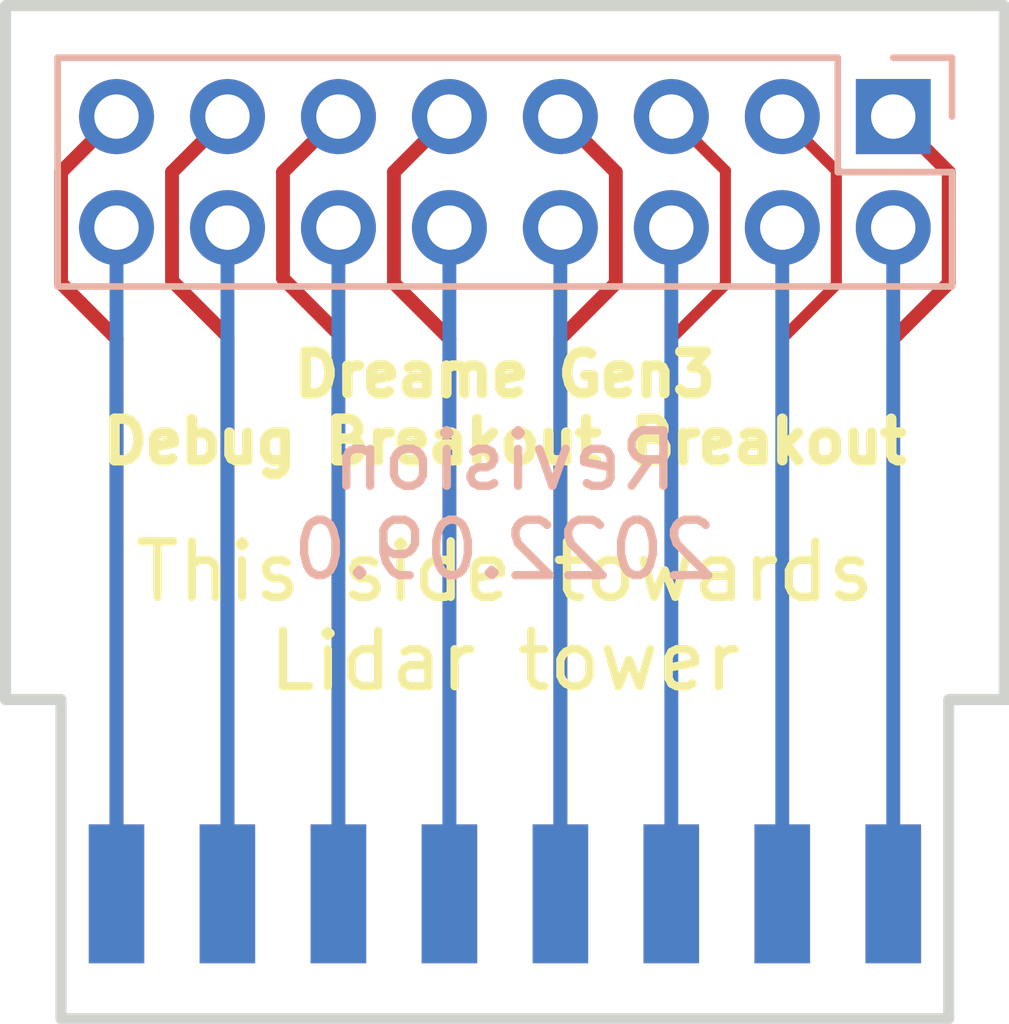
<source format=kicad_pcb>
(kicad_pcb (version 20211014) (generator pcbnew)
  (layers (0 "F.Cu" signal) (31 "B.Cu" signal) (34 "B.Paste" user) (35 "F.Paste" user) (36 "B.SilkS" user "B.Silkscreen") (37 "F.SilkS" user "F.Silkscreen") (38 "B.Mask" user) (39 "F.Mask" user) (44 "Edge.Cuts" user))
  (net 0 "")
  (net 1 "MCU_Vref")
  (net 2 "VBUS")
  (net 3 "MCU_RX")
  (net 4 "D-")
  (net 5 "MCU_TX")
  (net 6 "D+")
  (net 7 "MCU_SWCLK")
  (net 8 "MCU_SWDIO")
  (net 9 "SoC_TX")
  (net 10 "SoC_RX")
  (net 11 "Boot_SEL")
  (net 12 "SoC_USB_OTG_ID")
  (net 13 "MCU_NC1")
  (net 14 "MCU_NC2")
  (net 15 "SoC_GND")
  (net 16 "MCU_GND")
  (footprint "Custom:DGI_8_SMDPADS" (layer "F.Cu") (at 59 98)
    (fp_text reference "J1.1" hide)
    (fp_text value "To Robot SoC" hide)
    (pad "1" smd rect (at -7 0) (size 1 2.5) (layers "F.Cu" "F.Paste" "F.Mask") (net 11 "Boot_SEL"))
    (pad "2" smd rect (at -5 0) (size 1 2.5) (layers "F.Cu" "F.Paste" "F.Mask") (net 10 "SoC_RX"))
    (pad "3" smd rect (at -3 0) (size 1 2.5) (layers "F.Cu" "F.Paste" "F.Mask") (net 9 "SoC_TX"))
    (pad "4" smd rect (at -1 0) (size 1 2.5) (layers "F.Cu" "F.Paste" "F.Mask") (net 15 "SoC_GND"))
    (pad "5" smd rect (at 1 0) (size 1 2.5) (layers "F.Cu" "F.Paste" "F.Mask") (net 12 "SoC_USB_OTG_ID"))
    (pad "6" smd rect (at 3 0) (size 1 2.5) (layers "F.Cu" "F.Paste" "F.Mask") (net 6 "D+"))
    (pad "7" smd rect (at 5 0) (size 1 2.5) (layers "F.Cu" "F.Paste" "F.Mask") (net 4 "D-"))
    (pad "8" smd rect (at 7 0) (size 1 2.5) (layers "F.Cu" "F.Paste" "F.Mask") (net 2 "VBUS"))
  )
  (footprint "Connector_PinSocket_2.00mm:PinSocket_2x08_P2.00mm_Vertical" (layer "B.Cu") (at 66 84 90)
    (fp_text reference "J5" hide)
    (fp_text value "Conn_02x08_Odd_Even" hide)
    (fp_line (start 0 1.06) (end 1.06 1.06) (layer "B.SilkS") (width 0.12))
    (fp_line (start 1.06 -1) (end 1.06 -15.06) (layer "B.SilkS") (width 0.12))
    (fp_line (start -1 -1) (end 1.06 -1) (layer "B.SilkS") (width 0.12))
    (fp_line (start -1 1.06) (end -1 -1) (layer "B.SilkS") (width 0.12))
    (fp_line (start -3.06 -15.06) (end 1.06 -15.06) (layer "B.SilkS") (width 0.12))
    (fp_line (start 1.06 1.06) (end 1.06 0) (layer "B.SilkS") (width 0.12))
    (fp_line (start -3.06 1.06) (end -1 1.06) (layer "B.SilkS") (width 0.12))
    (fp_line (start -3.06 1.06) (end -3.06 -15.06) (layer "B.SilkS") (width 0.12))
    (pad "1" thru_hole rect (at 0 0 90) (size 1.35 1.35) (drill 0.8) (layers *.Cu *.Mask) (net 2 "VBUS"))
    (pad "2" thru_hole oval (at -2 0 90) (size 1.35 1.35) (drill 0.8) (layers *.Cu *.Mask) (net 1 "MCU_Vref"))
    (pad "3" thru_hole oval (at 0 -2 90) (size 1.35 1.35) (drill 0.8) (layers *.Cu *.Mask) (net 4 "D-"))
    (pad "4" thru_hole oval (at -2 -2 90) (size 1.35 1.35) (drill 0.8) (layers *.Cu *.Mask) (net 3 "MCU_RX"))
    (pad "5" thru_hole oval (at 0 -4 90) (size 1.35 1.35) (drill 0.8) (layers *.Cu *.Mask) (net 6 "D+"))
    (pad "6" thru_hole oval (at -2 -4 90) (size 1.35 1.35) (drill 0.8) (layers *.Cu *.Mask) (net 5 "MCU_TX"))
    (pad "7" thru_hole oval (at 0 -6 90) (size 1.35 1.35) (drill 0.8) (layers *.Cu *.Mask) (net 12 "SoC_USB_OTG_ID"))
    (pad "8" thru_hole oval (at -2 -6 90) (size 1.35 1.35) (drill 0.8) (layers *.Cu *.Mask) (net 7 "MCU_SWCLK"))
    (pad "9" thru_hole oval (at 0 -8 90) (size 1.35 1.35) (drill 0.8) (layers *.Cu *.Mask) (net 15 "SoC_GND"))
    (pad "10" thru_hole oval (at -2 -8 90) (size 1.35 1.35) (drill 0.8) (layers *.Cu *.Mask) (net 8 "MCU_SWDIO"))
    (pad "11" thru_hole oval (at 0 -10 90) (size 1.35 1.35) (drill 0.8) (layers *.Cu *.Mask) (net 9 "SoC_TX"))
    (pad "12" thru_hole oval (at -2 -10 90) (size 1.35 1.35) (drill 0.8) (layers *.Cu *.Mask) (net 16 "MCU_GND"))
    (pad "13" thru_hole oval (at 0 -12 90) (size 1.35 1.35) (drill 0.8) (layers *.Cu *.Mask) (net 10 "SoC_RX"))
    (pad "14" thru_hole oval (at -2 -12 90) (size 1.35 1.35) (drill 0.8) (layers *.Cu *.Mask) (net 13 "MCU_NC1"))
    (pad "15" thru_hole oval (at 0 -14 90) (size 1.35 1.35) (drill 0.8) (layers *.Cu *.Mask) (net 11 "Boot_SEL"))
    (pad "16" thru_hole oval (at -2 -14 90) (size 1.35 1.35) (drill 0.8) (layers *.Cu *.Mask) (net 14 "MCU_NC2"))
  )
  (footprint "Custom:DGI_8_SMDPADS" (layer "B.Cu") (at 59 98 180)
    (fp_text reference "J1.2" hide)
    (fp_text value "To Robot MCU" hide)
    (pad "1" smd rect (at -7 0 180) (size 1 2.5) (layers "B.Cu" "B.Paste" "B.Mask") (net 1 "MCU_Vref"))
    (pad "2" smd rect (at -5 0 180) (size 1 2.5) (layers "B.Cu" "B.Paste" "B.Mask") (net 3 "MCU_RX"))
    (pad "3" smd rect (at -3 0 180) (size 1 2.5) (layers "B.Cu" "B.Paste" "B.Mask") (net 5 "MCU_TX"))
    (pad "4" smd rect (at -1 0 180) (size 1 2.5) (layers "B.Cu" "B.Paste" "B.Mask") (net 7 "MCU_SWCLK"))
    (pad "5" smd rect (at 1 0 180) (size 1 2.5) (layers "B.Cu" "B.Paste" "B.Mask") (net 8 "MCU_SWDIO"))
    (pad "6" smd rect (at 3 0 180) (size 1 2.5) (layers "B.Cu" "B.Paste" "B.Mask") (net 16 "MCU_GND"))
    (pad "7" smd rect (at 5 0 180) (size 1 2.5) (layers "B.Cu" "B.Paste" "B.Mask") (net 13 "MCU_NC1"))
    (pad "8" smd rect (at 7 0 180) (size 1 2.5) (layers "B.Cu" "B.Paste" "B.Mask") (net 14 "MCU_NC2"))
  )
  (gr_poly (pts (xy 68 94.5) (xy 67 94.5) (xy 67 100.25) (xy 51 100.25) (xy 51 94.5) (xy 50 94.5) (xy 50 82) (xy 68 82)) (layer "Edge.Cuts") (width 0.2) (fill none))
  (gr_text "Revision\n2022.09.0" (at 59 91) (layer "B.SilkS") (effects (font (size 1 1)) (justify mirror)))
  (gr_text "Dreame Gen3\nDebug Breakout Breakout" (at 59 89.25) (layer "F.SilkS") (effects (font (size 0.75 0.75) (thickness 0.1875))))
  (gr_text "This side towards\nLidar tower" (at 59 93) (layer "F.SilkS") (effects (font (size 1 1))))
  (segment (start 66 98) (end 66 86) (width 0.25) (layer "B.Cu") (net 1))
  (segment (start 66.999511 84.999511) (end 66 84) (width 0.25) (layer "F.Cu") (net 2))
  (segment (start 66.999511 87.000489) (end 66.999511 84.999511) (width 0.25) (layer "F.Cu") (net 2))
  (segment (start 66 88) (end 66.999511 87.000489) (width 0.25) (layer "F.Cu") (net 2))
  (segment (start 66 98) (end 66 88) (width 0.25) (layer "F.Cu") (net 2))
  (segment (start 64 98) (end 64 86) (width 0.25) (layer "B.Cu") (net 3))
  (segment (start 64.974511 84.974511) (end 64.974511 87.025489) (width 0.2) (layer "F.Cu") (net 4))
  (segment (start 64.974511 87.025489) (end 64 88) (width 0.2) (layer "F.Cu") (net 4))
  (segment (start 64 84) (end 64.974511 84.974511) (width 0.2) (layer "F.Cu") (net 4))
  (segment (start 64 88) (end 64 98) (width 0.2) (layer "F.Cu") (net 4))
  (segment (start 62 98) (end 62 86) (width 0.25) (layer "B.Cu") (net 5))
  (segment (start 62.974511 84.974511) (end 62 84) (width 0.2) (layer "F.Cu") (net 6))
  (segment (start 62 88) (end 62.974511 87.025489) (width 0.2) (layer "F.Cu") (net 6))
  (segment (start 62 88) (end 62 98) (width 0.2) (layer "F.Cu") (net 6))
  (segment (start 62.974511 87.025489) (end 62.974511 84.974511) (width 0.2) (layer "F.Cu") (net 6))
  (segment (start 60 98) (end 60 86) (width 0.25) (layer "B.Cu") (net 7))
  (segment (start 58 98) (end 58 86) (width 0.25) (layer "B.Cu") (net 8))
  (segment (start 55.000489 86.914501) (end 55.000489 84.999511) (width 0.25) (layer "F.Cu") (net 9))
  (segment (start 55.000489 84.999511) (end 56 84) (width 0.25) (layer "F.Cu") (net 9))
  (segment (start 56 87.914012) (end 55.000489 86.914501) (width 0.25) (layer "F.Cu") (net 9))
  (segment (start 56 87.914012) (end 56 98) (width 0.25) (layer "F.Cu") (net 9))
  (segment (start 54 87.956761) (end 53.000489 86.95725) (width 0.25) (layer "F.Cu") (net 10))
  (segment (start 54 87.956761) (end 54 98) (width 0.25) (layer "F.Cu") (net 10))
  (segment (start 53.000489 84.999511) (end 54 84) (width 0.25) (layer "F.Cu") (net 10))
  (segment (start 53.000489 86.95725) (end 53.000489 84.999511) (width 0.25) (layer "F.Cu") (net 10))
  (segment (start 51.000489 84.999511) (end 52 84) (width 0.25) (layer "F.Cu") (net 11))
  (segment (start 51.000489 87.000489) (end 51.000489 84.999511) (width 0.25) (layer "F.Cu") (net 11))
  (segment (start 52 88) (end 52 98) (width 0.25) (layer "F.Cu") (net 11))
  (segment (start 52 88) (end 51.000489 87.000489) (width 0.25) (layer "F.Cu") (net 11))
  (segment (start 60.999511 84.999511) (end 60.999511 87.000489) (width 0.25) (layer "F.Cu") (net 12))
  (segment (start 60 84) (end 60.999511 84.999511) (width 0.25) (layer "F.Cu") (net 12))
  (segment (start 60 88) (end 60 98) (width 0.25) (layer "F.Cu") (net 12))
  (segment (start 60.999511 87.000489) (end 60 88) (width 0.25) (layer "F.Cu") (net 12))
  (segment (start 54 98) (end 54 86) (width 0.25) (layer "B.Cu") (net 13))
  (segment (start 52 98) (end 52 86) (width 0.25) (layer "B.Cu") (net 14))
  (segment (start 57.000489 87.000489) (end 57.000489 84.999511) (width 0.25) (layer "F.Cu") (net 15))
  (segment (start 58 88) (end 58 98) (width 0.25) (layer "F.Cu") (net 15))
  (segment (start 57.000489 84.999511) (end 58 84) (width 0.25) (layer "F.Cu") (net 15))
  (segment (start 58 88) (end 57.000489 87.000489) (width 0.25) (layer "F.Cu") (net 15))
  (segment (start 56 98) (end 56 86) (width 0.25) (layer "B.Cu") (net 16))
)
</source>
